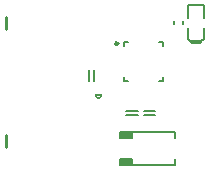
<source format=gto>
G04*
G04 #@! TF.GenerationSoftware,Altium Limited,Altium Designer,18.0.11 (651)*
G04*
G04 Layer_Color=65535*
%FSLAX25Y25*%
%MOIN*%
G70*
G01*
G75*
%ADD10C,0.00984*%
%ADD11C,0.00787*%
%ADD12C,0.00500*%
%ADD13C,0.01000*%
%ADD14R,0.03937X0.01968*%
D10*
X41929Y44685D02*
G03*
X41929Y44685I-492J0D01*
G01*
D11*
X34459Y27461D02*
G03*
X36329Y27461I935J0D01*
G01*
X43996Y43898D02*
Y45276D01*
X45374D01*
X55610D02*
X56988D01*
Y43898D02*
Y45276D01*
Y32283D02*
Y33661D01*
X55610Y32283D02*
X56988D01*
X43996D02*
Y33661D01*
Y32283D02*
X45374D01*
X35315Y27461D02*
X36329D01*
X34459D02*
X35472D01*
D12*
X42716Y4134D02*
X60827D01*
X42716Y15157D02*
X60827D01*
Y4134D02*
Y6102D01*
X42716Y4134D02*
Y6102D01*
X60827Y13189D02*
Y15157D01*
X42716Y13189D02*
Y15157D01*
Y6102D02*
X46653D01*
X42716Y13189D02*
X46653D01*
Y4134D02*
Y6059D01*
Y13189D02*
Y15157D01*
X33771Y32082D02*
Y35831D01*
X32371Y32082D02*
Y35831D01*
X60408Y51073D02*
Y52273D01*
X63608Y51073D02*
Y52273D01*
X66437Y44980D02*
X69193D01*
X70472Y53347D02*
Y57677D01*
X65157Y53347D02*
Y57677D01*
X70472D01*
Y46260D02*
Y49803D01*
X65157Y46260D02*
Y49803D01*
Y46260D02*
X65945Y45472D01*
X65846Y45571D02*
X66437Y44980D01*
X69193D02*
X69882Y45669D01*
X65945Y45472D02*
X69685D01*
X70472Y46260D01*
X44680Y20954D02*
X48430D01*
X44680Y22354D02*
X48430D01*
X50487D02*
X54237D01*
X50487Y20954D02*
X54237D01*
D13*
X4724Y49606D02*
Y53543D01*
Y10236D02*
Y14173D01*
D14*
X44685Y5118D02*
D03*
Y14173D02*
D03*
M02*

</source>
